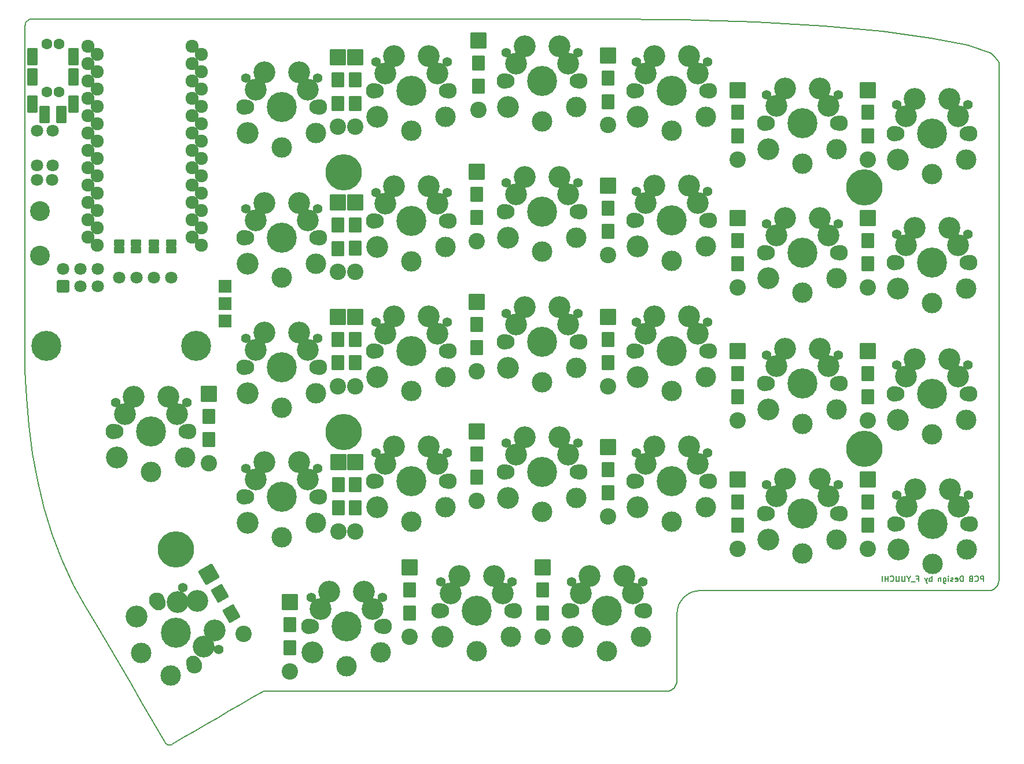
<source format=gbs>
G04 #@! TF.GenerationSoftware,KiCad,Pcbnew,(6.0.8-1)-1*
G04 #@! TF.CreationDate,2023-02-20T13:07:17+02:00*
G04 #@! TF.ProjectId,Lily58,4c696c79-3538-42e6-9b69-6361645f7063,rev?*
G04 #@! TF.SameCoordinates,Original*
G04 #@! TF.FileFunction,Soldermask,Bot*
G04 #@! TF.FilePolarity,Negative*
%FSLAX46Y46*%
G04 Gerber Fmt 4.6, Leading zero omitted, Abs format (unit mm)*
G04 Created by KiCad (PCBNEW (6.0.8-1)-1) date 2023-02-20 13:07:17*
%MOMM*%
%LPD*%
G01*
G04 APERTURE LIST*
G04 Aperture macros list*
%AMRoundRect*
0 Rectangle with rounded corners*
0 $1 Rounding radius*
0 $2 $3 $4 $5 $6 $7 $8 $9 X,Y pos of 4 corners*
0 Add a 4 corners polygon primitive as box body*
4,1,4,$2,$3,$4,$5,$6,$7,$8,$9,$2,$3,0*
0 Add four circle primitives for the rounded corners*
1,1,$1+$1,$2,$3*
1,1,$1+$1,$4,$5*
1,1,$1+$1,$6,$7*
1,1,$1+$1,$8,$9*
0 Add four rect primitives between the rounded corners*
20,1,$1+$1,$2,$3,$4,$5,0*
20,1,$1+$1,$4,$5,$6,$7,0*
20,1,$1+$1,$6,$7,$8,$9,0*
20,1,$1+$1,$8,$9,$2,$3,0*%
G04 Aperture macros list end*
G04 #@! TA.AperFunction,Profile*
%ADD10C,0.200000*%
G04 #@! TD*
%ADD11C,0.200000*%
%ADD12C,1.600000*%
%ADD13RoundRect,0.200000X-0.600000X-1.050000X0.600000X-1.050000X0.600000X1.050000X-0.600000X1.050000X0*%
%ADD14RoundRect,0.200000X-0.750000X0.900000X-0.750000X-0.900000X0.750000X-0.900000X0.750000X0.900000X0*%
%ADD15C,2.398980*%
%ADD16RoundRect,0.200000X0.999490X-0.999490X0.999490X0.999490X-0.999490X0.999490X-0.999490X-0.999490X0*%
%ADD17RoundRect,0.200000X-1.099519X0.404423X-0.199519X-1.154423X1.099519X-0.404423X0.199519X1.154423X0*%
%ADD18RoundRect,0.200000X1.365329X-0.365839X0.365839X1.365329X-1.365329X0.365839X-0.365839X-1.365329X0*%
%ADD19C,4.400000*%
%ADD20C,5.300000*%
%ADD21RoundRect,0.200000X0.698500X-0.698500X0.698500X0.698500X-0.698500X0.698500X-0.698500X-0.698500X0*%
%ADD22C,1.797000*%
%ADD23C,2.900000*%
%ADD24C,1.924000*%
%ADD25C,1.400000*%
%ADD26C,3.000000*%
%ADD27C,3.200000*%
%ADD28C,2.100000*%
%ADD29C,2.300000*%
%ADD30RoundRect,0.200000X0.762000X0.762000X-0.762000X0.762000X-0.762000X-0.762000X0.762000X-0.762000X0*%
%ADD31RoundRect,0.200000X0.571500X-0.317500X0.571500X0.317500X-0.571500X0.317500X-0.571500X-0.317500X0*%
G04 APERTURE END LIST*
D10*
X224900000Y-42700000D02*
X225460000Y-43436755D01*
D11*
X223209523Y-119461904D02*
X223209523Y-118661904D01*
X222904761Y-118661904D01*
X222828571Y-118700000D01*
X222790476Y-118738095D01*
X222752380Y-118814285D01*
X222752380Y-118928571D01*
X222790476Y-119004761D01*
X222828571Y-119042857D01*
X222904761Y-119080952D01*
X223209523Y-119080952D01*
X221952380Y-119385714D02*
X221990476Y-119423809D01*
X222104761Y-119461904D01*
X222180952Y-119461904D01*
X222295238Y-119423809D01*
X222371428Y-119347619D01*
X222409523Y-119271428D01*
X222447619Y-119119047D01*
X222447619Y-119004761D01*
X222409523Y-118852380D01*
X222371428Y-118776190D01*
X222295238Y-118700000D01*
X222180952Y-118661904D01*
X222104761Y-118661904D01*
X221990476Y-118700000D01*
X221952380Y-118738095D01*
X221342857Y-119042857D02*
X221228571Y-119080952D01*
X221190476Y-119119047D01*
X221152380Y-119195238D01*
X221152380Y-119309523D01*
X221190476Y-119385714D01*
X221228571Y-119423809D01*
X221304761Y-119461904D01*
X221609523Y-119461904D01*
X221609523Y-118661904D01*
X221342857Y-118661904D01*
X221266666Y-118700000D01*
X221228571Y-118738095D01*
X221190476Y-118814285D01*
X221190476Y-118890476D01*
X221228571Y-118966666D01*
X221266666Y-119004761D01*
X221342857Y-119042857D01*
X221609523Y-119042857D01*
X220200000Y-119461904D02*
X220200000Y-118661904D01*
X220009523Y-118661904D01*
X219895238Y-118700000D01*
X219819047Y-118776190D01*
X219780952Y-118852380D01*
X219742857Y-119004761D01*
X219742857Y-119119047D01*
X219780952Y-119271428D01*
X219819047Y-119347619D01*
X219895238Y-119423809D01*
X220009523Y-119461904D01*
X220200000Y-119461904D01*
X219095238Y-119423809D02*
X219171428Y-119461904D01*
X219323809Y-119461904D01*
X219400000Y-119423809D01*
X219438095Y-119347619D01*
X219438095Y-119042857D01*
X219400000Y-118966666D01*
X219323809Y-118928571D01*
X219171428Y-118928571D01*
X219095238Y-118966666D01*
X219057142Y-119042857D01*
X219057142Y-119119047D01*
X219438095Y-119195238D01*
X218752380Y-119423809D02*
X218676190Y-119461904D01*
X218523809Y-119461904D01*
X218447619Y-119423809D01*
X218409523Y-119347619D01*
X218409523Y-119309523D01*
X218447619Y-119233333D01*
X218523809Y-119195238D01*
X218638095Y-119195238D01*
X218714285Y-119157142D01*
X218752380Y-119080952D01*
X218752380Y-119042857D01*
X218714285Y-118966666D01*
X218638095Y-118928571D01*
X218523809Y-118928571D01*
X218447619Y-118966666D01*
X218066666Y-119461904D02*
X218066666Y-118928571D01*
X218066666Y-118661904D02*
X218104761Y-118700000D01*
X218066666Y-118738095D01*
X218028571Y-118700000D01*
X218066666Y-118661904D01*
X218066666Y-118738095D01*
X217342857Y-118928571D02*
X217342857Y-119576190D01*
X217380952Y-119652380D01*
X217419047Y-119690476D01*
X217495238Y-119728571D01*
X217609523Y-119728571D01*
X217685714Y-119690476D01*
X217342857Y-119423809D02*
X217419047Y-119461904D01*
X217571428Y-119461904D01*
X217647619Y-119423809D01*
X217685714Y-119385714D01*
X217723809Y-119309523D01*
X217723809Y-119080952D01*
X217685714Y-119004761D01*
X217647619Y-118966666D01*
X217571428Y-118928571D01*
X217419047Y-118928571D01*
X217342857Y-118966666D01*
X216961904Y-118928571D02*
X216961904Y-119461904D01*
X216961904Y-119004761D02*
X216923809Y-118966666D01*
X216847619Y-118928571D01*
X216733333Y-118928571D01*
X216657142Y-118966666D01*
X216619047Y-119042857D01*
X216619047Y-119461904D01*
X215628571Y-119461904D02*
X215628571Y-118661904D01*
X215628571Y-118966666D02*
X215552380Y-118928571D01*
X215400000Y-118928571D01*
X215323809Y-118966666D01*
X215285714Y-119004761D01*
X215247619Y-119080952D01*
X215247619Y-119309523D01*
X215285714Y-119385714D01*
X215323809Y-119423809D01*
X215400000Y-119461904D01*
X215552380Y-119461904D01*
X215628571Y-119423809D01*
X214980952Y-118928571D02*
X214790476Y-119461904D01*
X214600000Y-118928571D02*
X214790476Y-119461904D01*
X214866666Y-119652380D01*
X214904761Y-119690476D01*
X214980952Y-119728571D01*
X213419047Y-119042857D02*
X213685714Y-119042857D01*
X213685714Y-119461904D02*
X213685714Y-118661904D01*
X213304761Y-118661904D01*
X213190476Y-119538095D02*
X212580952Y-119538095D01*
X212238095Y-119080952D02*
X212238095Y-119461904D01*
X212504761Y-118661904D02*
X212238095Y-119080952D01*
X211971428Y-118661904D01*
X211704761Y-118661904D02*
X211704761Y-119309523D01*
X211666666Y-119385714D01*
X211628571Y-119423809D01*
X211552380Y-119461904D01*
X211400000Y-119461904D01*
X211323809Y-119423809D01*
X211285714Y-119385714D01*
X211247619Y-119309523D01*
X211247619Y-118661904D01*
X210866666Y-118661904D02*
X210866666Y-119309523D01*
X210828571Y-119385714D01*
X210790476Y-119423809D01*
X210714285Y-119461904D01*
X210561904Y-119461904D01*
X210485714Y-119423809D01*
X210447619Y-119385714D01*
X210409523Y-119309523D01*
X210409523Y-118661904D01*
X209571428Y-119385714D02*
X209609523Y-119423809D01*
X209723809Y-119461904D01*
X209800000Y-119461904D01*
X209914285Y-119423809D01*
X209990476Y-119347619D01*
X210028571Y-119271428D01*
X210066666Y-119119047D01*
X210066666Y-119004761D01*
X210028571Y-118852380D01*
X209990476Y-118776190D01*
X209914285Y-118700000D01*
X209800000Y-118661904D01*
X209723809Y-118661904D01*
X209609523Y-118700000D01*
X209571428Y-118738095D01*
X209228571Y-119461904D02*
X209228571Y-118661904D01*
X209228571Y-119042857D02*
X208771428Y-119042857D01*
X208771428Y-119461904D02*
X208771428Y-118661904D01*
X208390476Y-119461904D02*
X208390476Y-118661904D01*
D10*
X82937528Y-50750629D02*
X82937528Y-44443695D01*
X82937528Y-57057562D02*
X82937528Y-50750629D01*
X115211711Y-37086762D02*
X104803877Y-37086762D01*
X218692418Y-120789735D02*
X223959999Y-120789735D01*
X213424836Y-120789735D02*
X218692418Y-120789735D01*
X208157255Y-120789735D02*
X213424836Y-120789735D01*
X202889673Y-120789735D02*
X208157255Y-120789735D01*
X197622092Y-120789735D02*
X202889673Y-120789735D01*
X192354511Y-120789735D02*
X197622092Y-120789735D01*
X187086929Y-120789735D02*
X192354511Y-120789735D01*
X181819348Y-120789735D02*
X187086929Y-120789735D01*
X181113524Y-120860778D02*
X181819348Y-120789735D01*
X180456326Y-121064561D02*
X181113524Y-120860778D01*
X179861773Y-121387065D02*
X180456326Y-121064561D01*
X179343884Y-121814271D02*
X179861773Y-121387065D01*
X178916678Y-122332160D02*
X179343884Y-121814271D01*
X178594174Y-122926713D02*
X178916678Y-122332160D01*
X178390391Y-123583911D02*
X178594174Y-122926713D01*
X178319348Y-124289735D02*
X178390391Y-123583911D01*
X199807654Y-38170488D02*
X189919538Y-37585374D01*
X208420758Y-38945561D02*
X199807654Y-38170488D01*
X215525697Y-39885159D02*
X208420758Y-38945561D01*
X220889319Y-40963847D02*
X215525697Y-39885159D01*
X178989563Y-37215654D02*
X167250881Y-37086762D01*
X189919538Y-37585374D02*
X178989563Y-37215654D01*
X177658308Y-135255660D02*
X177403500Y-135393876D01*
X177880261Y-135072571D02*
X177658308Y-135255660D01*
X178063349Y-134850619D02*
X177880261Y-135072571D01*
X178201565Y-134595810D02*
X178063349Y-134850619D01*
X178288901Y-134314154D02*
X178201565Y-134595810D01*
X178319348Y-134011658D02*
X178288901Y-134314154D01*
X225460000Y-52918378D02*
X225460000Y-62400000D01*
X225460000Y-43436755D02*
X225460000Y-52918378D01*
X82937528Y-69671429D02*
X82937528Y-63364495D01*
X82937528Y-75978362D02*
X82937528Y-69671429D01*
X82937528Y-82285296D02*
X82937528Y-75978362D01*
X82937528Y-88592229D02*
X82937528Y-82285296D01*
X104807833Y-37086762D02*
X94400000Y-37086762D01*
X125619545Y-37086762D02*
X115211711Y-37086762D01*
X136027379Y-37086762D02*
X125619545Y-37086762D01*
X146435213Y-37086762D02*
X136027379Y-37086762D01*
X156843047Y-37086762D02*
X146435213Y-37086762D01*
X167250881Y-37086762D02*
X156843047Y-37086762D01*
X83400937Y-37265961D02*
X83579303Y-37169210D01*
X83245570Y-37394123D02*
X83400937Y-37265961D01*
X83117409Y-37549489D02*
X83245570Y-37394123D01*
X83020657Y-37727855D02*
X83117409Y-37549489D01*
X82959523Y-37925015D02*
X83020657Y-37727855D01*
X82938210Y-38136762D02*
X82959523Y-37925015D01*
X83776462Y-37108075D02*
X83988210Y-37086762D01*
X83579303Y-37169210D02*
X83776462Y-37108075D01*
X94396044Y-37086762D02*
X83988210Y-37086762D01*
X82937528Y-63364495D02*
X82937528Y-57057562D01*
X82937528Y-44443695D02*
X82937528Y-38136762D01*
X88291758Y-116318073D02*
X89993333Y-119989540D01*
X86863105Y-112530670D02*
X88291758Y-116318073D01*
X85688004Y-108649127D02*
X86863105Y-112530670D01*
X84747083Y-104695246D02*
X85688004Y-108649127D01*
X84020972Y-100690825D02*
X84747083Y-104695246D01*
X83490297Y-96657663D02*
X84020972Y-100690825D01*
X83135690Y-92617561D02*
X83490297Y-96657663D01*
X82937777Y-88592317D02*
X83135690Y-92617561D01*
X104288864Y-143357278D02*
X104456758Y-143271756D01*
X104130206Y-143404468D02*
X104288864Y-143357278D01*
X103981252Y-143413974D02*
X104130206Y-143404468D01*
X103842470Y-143386445D02*
X103981252Y-143413974D01*
X103714328Y-143322532D02*
X103842470Y-143386445D01*
X103597295Y-143222884D02*
X103714328Y-143322532D01*
X103491837Y-143088150D02*
X103597295Y-143222884D01*
X103398425Y-142918979D02*
X103491837Y-143088150D01*
X116186619Y-136480784D02*
X117862313Y-135510645D01*
X114510925Y-137450923D02*
X116186619Y-136480784D01*
X112835230Y-138421062D02*
X114510925Y-137450923D01*
X111159536Y-139391201D02*
X112835230Y-138421062D01*
X109483841Y-140361340D02*
X111159536Y-139391201D01*
X107808147Y-141331479D02*
X109483841Y-140361340D01*
X106132452Y-142301617D02*
X107808147Y-141331479D01*
X104456758Y-143271756D02*
X106132452Y-142301617D01*
X101722730Y-140052659D02*
X103398425Y-142918979D01*
X100047036Y-137186340D02*
X101722730Y-140052659D01*
X98371341Y-134320020D02*
X100047036Y-137186340D01*
X96695647Y-131453701D02*
X98371341Y-134320020D01*
X95019952Y-128587381D02*
X96695647Y-131453701D01*
X93344258Y-125721062D02*
X95019952Y-128587381D01*
X91668563Y-122854742D02*
X93344258Y-125721062D01*
X89992869Y-119988423D02*
X91668563Y-122854742D01*
X169449826Y-135511658D02*
X176819348Y-135511658D01*
X162080304Y-135511658D02*
X169449826Y-135511658D01*
X154710782Y-135511658D02*
X162080304Y-135511658D01*
X147341260Y-135511658D02*
X154710782Y-135511658D01*
X139971738Y-135511658D02*
X147341260Y-135511658D01*
X132602217Y-135511658D02*
X139971738Y-135511658D01*
X125232695Y-135511658D02*
X132602217Y-135511658D01*
X117863173Y-135511658D02*
X125232695Y-135511658D01*
X178319348Y-132816013D02*
X178319348Y-134011658D01*
X178319348Y-131597973D02*
X178319348Y-132816013D01*
X178319348Y-130379933D02*
X178319348Y-131597973D01*
X178319348Y-129161894D02*
X178319348Y-130379933D01*
X178319348Y-127943854D02*
X178319348Y-129161894D01*
X178319348Y-126725814D02*
X178319348Y-127943854D01*
X178319348Y-125507775D02*
X178319348Y-126725814D01*
X178319348Y-124289735D02*
X178319348Y-125507775D01*
X177121844Y-135481211D02*
X176819348Y-135511658D01*
X177403500Y-135393876D02*
X177121844Y-135481211D01*
X224278471Y-42156190D02*
X220889319Y-40963847D01*
X224900000Y-42700000D02*
X224278471Y-42156190D01*
X224262495Y-120759288D02*
X223959999Y-120789735D01*
X224544152Y-120671952D02*
X224262495Y-120759288D01*
X224798960Y-120533736D02*
X224544152Y-120671952D01*
X225020912Y-120350648D02*
X224798960Y-120533736D01*
X225204001Y-120128696D02*
X225020912Y-120350648D01*
X225342217Y-119873887D02*
X225204001Y-120128696D01*
X225429552Y-119592231D02*
X225342217Y-119873887D01*
X225459999Y-119289735D02*
X225429552Y-119592231D01*
X225460000Y-109808112D02*
X225460000Y-119289735D01*
X225460000Y-100326490D02*
X225460000Y-109808112D01*
X225460000Y-90844867D02*
X225460000Y-100326490D01*
X225460000Y-81363245D02*
X225460000Y-90844867D01*
X225460000Y-71881623D02*
X225460000Y-81363245D01*
X225460000Y-62400000D02*
X225460000Y-71881623D01*
D12*
X86150000Y-47800000D03*
X86150000Y-40800000D03*
D13*
X84050000Y-49600000D03*
X88250000Y-51100000D03*
X84050000Y-42600000D03*
X84050000Y-45600000D03*
D12*
X87900000Y-40800000D03*
X87900000Y-47800000D03*
D13*
X90000000Y-42600000D03*
X90000000Y-45600000D03*
X90000000Y-49600000D03*
X85800000Y-51100000D03*
D14*
X128750000Y-49450000D03*
X128750000Y-46050000D03*
D15*
X128752540Y-52910000D03*
D16*
X128752540Y-42750000D03*
D17*
X113150000Y-124172243D03*
X111450000Y-121227757D03*
D15*
X114882200Y-127167421D03*
D18*
X109802200Y-118368603D03*
D14*
X131250000Y-108700000D03*
X131250000Y-105300000D03*
D15*
X131252540Y-112160000D03*
D16*
X131252540Y-102000000D03*
D14*
X128750000Y-70700000D03*
X128750000Y-67300000D03*
D15*
X128752540Y-74160000D03*
D16*
X128752540Y-64000000D03*
D14*
X131250000Y-49450000D03*
X131250000Y-46050000D03*
D15*
X131252540Y-52910000D03*
D16*
X131252540Y-42750000D03*
D14*
X149250000Y-46950000D03*
X149250000Y-43550000D03*
D15*
X149252540Y-50410000D03*
D16*
X149252540Y-40250000D03*
D14*
X168250000Y-49200000D03*
X168250000Y-45800000D03*
D15*
X168252540Y-52660000D03*
D16*
X168252540Y-42500000D03*
D14*
X187250000Y-54200000D03*
X187250000Y-50800000D03*
D15*
X187252540Y-57660000D03*
D16*
X187252540Y-47500000D03*
D14*
X206250000Y-54200000D03*
X206250000Y-50800000D03*
D15*
X206252540Y-57660000D03*
D16*
X206252540Y-47500000D03*
D14*
X131252540Y-70652540D03*
X131252540Y-67252540D03*
D15*
X131255080Y-74112540D03*
D16*
X131255080Y-63952540D03*
D14*
X149000000Y-66200000D03*
X149000000Y-62800000D03*
D15*
X149002540Y-69660000D03*
D16*
X149002540Y-59500000D03*
D14*
X168250000Y-68200000D03*
X168250000Y-64800000D03*
D15*
X168252540Y-71660000D03*
D16*
X168252540Y-61500000D03*
D14*
X187250000Y-72950000D03*
X187250000Y-69550000D03*
D15*
X187252540Y-76410000D03*
D16*
X187252540Y-66250000D03*
D14*
X206250000Y-72950000D03*
X206250000Y-69550000D03*
D15*
X206252540Y-76410000D03*
D16*
X206252540Y-66250000D03*
D14*
X128750000Y-87450000D03*
X128750000Y-84050000D03*
D15*
X128752540Y-90910000D03*
D16*
X128752540Y-80750000D03*
D14*
X131250000Y-87450000D03*
X131250000Y-84050000D03*
D15*
X131252540Y-90910000D03*
D16*
X131252540Y-80750000D03*
D14*
X149000000Y-85200000D03*
X149000000Y-81800000D03*
D15*
X149002540Y-88660000D03*
D16*
X149002540Y-78500000D03*
D14*
X168250000Y-87450000D03*
X168250000Y-84050000D03*
D15*
X168252540Y-90910000D03*
D16*
X168252540Y-80750000D03*
D14*
X187250000Y-92450000D03*
X187250000Y-89050000D03*
D15*
X187252540Y-95910000D03*
D16*
X187252540Y-85750000D03*
D14*
X206250000Y-92450000D03*
X206250000Y-89050000D03*
D15*
X206252540Y-95910000D03*
D16*
X206252540Y-85750000D03*
D14*
X128800000Y-108700000D03*
X128800000Y-105300000D03*
D15*
X128802540Y-112160000D03*
D16*
X128802540Y-102000000D03*
D14*
X149000000Y-104200000D03*
X149000000Y-100800000D03*
D15*
X149002540Y-107660000D03*
D16*
X149002540Y-97500000D03*
D14*
X168250000Y-106450000D03*
X168250000Y-103050000D03*
D15*
X168252540Y-109910000D03*
D16*
X168252540Y-99750000D03*
D14*
X187250000Y-111200000D03*
X187250000Y-107800000D03*
D15*
X187252540Y-114660000D03*
D16*
X187252540Y-104500000D03*
D14*
X206250000Y-111200000D03*
X206250000Y-107800000D03*
D15*
X206252540Y-114660000D03*
D16*
X206252540Y-104500000D03*
D14*
X109800000Y-98700000D03*
X109800000Y-95300000D03*
D15*
X109802540Y-102160000D03*
D16*
X109802540Y-92000000D03*
D14*
X121700000Y-129200000D03*
X121700000Y-125800000D03*
D15*
X121702540Y-132660000D03*
D16*
X121702540Y-122500000D03*
D14*
X139200000Y-124100000D03*
X139200000Y-120700000D03*
D15*
X139202540Y-127560000D03*
D16*
X139202540Y-117400000D03*
D14*
X158700000Y-124100000D03*
X158700000Y-120700000D03*
D15*
X158702540Y-127560000D03*
D16*
X158702540Y-117400000D03*
D19*
X108000000Y-85000000D03*
X86000000Y-85000000D03*
D20*
X129600000Y-59600000D03*
X205800000Y-61800000D03*
X129600000Y-97600000D03*
X205800000Y-100000000D03*
X105000000Y-114800000D03*
D21*
X88483973Y-76263759D03*
D22*
X88483973Y-73723759D03*
X91023973Y-76263759D03*
X91023973Y-73723759D03*
X93563973Y-76263759D03*
X93563973Y-73723759D03*
D23*
X85100000Y-71750000D03*
X85100000Y-65250000D03*
D22*
X84688035Y-53499272D03*
X84688035Y-58579272D03*
X86938035Y-53499272D03*
X86938035Y-58579272D03*
X86900000Y-60700000D03*
X84700000Y-60700000D03*
D24*
X93478815Y-47405745D03*
X108718815Y-65185745D03*
X93478815Y-57565745D03*
X108718815Y-55025745D03*
X108718815Y-49945745D03*
X93478815Y-67725745D03*
X108718815Y-47405745D03*
X108718815Y-42325745D03*
X93478815Y-62645745D03*
X108718815Y-70265745D03*
X93478815Y-55025745D03*
X93478815Y-44865745D03*
X93478815Y-49945745D03*
X93478815Y-52485745D03*
X93478815Y-65185745D03*
X93478815Y-60105745D03*
X108718815Y-62645745D03*
X108718815Y-60105745D03*
X93478815Y-70265745D03*
X108718815Y-67725745D03*
X108718815Y-44865745D03*
X93478815Y-42325745D03*
X108718815Y-57565745D03*
X108718815Y-52485745D03*
X92180000Y-41130000D03*
X92180000Y-43670000D03*
X92180000Y-46210000D03*
X92180000Y-48750000D03*
X92180000Y-51290000D03*
X92180000Y-53830000D03*
X92180000Y-56370000D03*
X92180000Y-58910000D03*
X92180000Y-61450000D03*
X92180000Y-63990000D03*
X92180000Y-66530000D03*
X92180000Y-69070000D03*
X107420000Y-69070000D03*
X107420000Y-66530000D03*
X107420000Y-63990000D03*
X107420000Y-61450000D03*
X107420000Y-58910000D03*
X107420000Y-56370000D03*
X107420000Y-53830000D03*
X107420000Y-51290000D03*
X107420000Y-48750000D03*
X107420000Y-46210000D03*
X107420000Y-43670000D03*
X107420000Y-41130000D03*
D25*
X111247307Y-129420653D03*
D26*
X104209103Y-133230127D03*
X99890450Y-129950000D03*
D27*
X99209103Y-124569873D03*
X110669409Y-126659705D03*
X108129409Y-122260295D03*
X109104705Y-129029557D03*
D28*
X107540000Y-131399409D03*
X102460000Y-122600591D03*
D19*
X105000000Y-127000000D03*
D27*
X105294705Y-122430443D03*
D25*
X106027307Y-120379347D03*
D29*
X102250000Y-122236860D03*
X107750000Y-131763140D03*
D25*
X106620000Y-93300000D03*
D26*
X106400000Y-101300000D03*
X101400000Y-103400000D03*
D27*
X96400000Y-101300000D03*
X103940000Y-92420000D03*
X98860000Y-92420000D03*
X105210000Y-94960000D03*
D28*
X106480000Y-97500000D03*
X96320000Y-97500000D03*
D19*
X101400000Y-97500000D03*
D27*
X97590000Y-94960000D03*
D25*
X96180000Y-93300000D03*
D29*
X95900000Y-97500000D03*
X106900000Y-97500000D03*
D30*
X112200000Y-81300000D03*
X112200000Y-78760000D03*
X112200000Y-76220000D03*
D25*
X125720000Y-83900000D03*
D26*
X125500000Y-91900000D03*
X120500000Y-94000000D03*
D27*
X115500000Y-91900000D03*
X123040000Y-83020000D03*
X117960000Y-83020000D03*
X124310000Y-85560000D03*
D28*
X125580000Y-88100000D03*
X115420000Y-88100000D03*
D19*
X120500000Y-88100000D03*
D27*
X116690000Y-85560000D03*
D25*
X115280000Y-83900000D03*
D29*
X115000000Y-88100000D03*
X126000000Y-88100000D03*
D25*
X220920000Y-87800000D03*
D26*
X220700000Y-95800000D03*
X215700000Y-97900000D03*
D27*
X210700000Y-95800000D03*
X218240000Y-86920000D03*
X213160000Y-86920000D03*
X219510000Y-89460000D03*
D28*
X220780000Y-92000000D03*
X210620000Y-92000000D03*
D19*
X215700000Y-92000000D03*
D27*
X211890000Y-89460000D03*
D25*
X210480000Y-87800000D03*
D29*
X210200000Y-92000000D03*
X221200000Y-92000000D03*
D25*
X220970000Y-106800000D03*
D26*
X220750000Y-114800000D03*
X215750000Y-116900000D03*
D27*
X210750000Y-114800000D03*
X218290000Y-105920000D03*
X213210000Y-105920000D03*
X219560000Y-108460000D03*
D28*
X220830000Y-111000000D03*
X210670000Y-111000000D03*
D19*
X215750000Y-111000000D03*
D27*
X211940000Y-108460000D03*
D25*
X210530000Y-106800000D03*
D29*
X210250000Y-111000000D03*
X221250000Y-111000000D03*
D25*
X154220000Y-119550000D03*
D26*
X154000000Y-127550000D03*
X149000000Y-129650000D03*
D27*
X144000000Y-127550000D03*
X151540000Y-118670000D03*
X146460000Y-118670000D03*
X152810000Y-121210000D03*
D28*
X154080000Y-123750000D03*
X143920000Y-123750000D03*
D19*
X149000000Y-123750000D03*
D27*
X145190000Y-121210000D03*
D25*
X143780000Y-119550000D03*
D29*
X143500000Y-123750000D03*
X154500000Y-123750000D03*
D25*
X125720000Y-45800000D03*
D26*
X125500000Y-53800000D03*
X120500000Y-55900000D03*
D27*
X115500000Y-53800000D03*
X123040000Y-44920000D03*
X117960000Y-44920000D03*
X124310000Y-47460000D03*
D28*
X125580000Y-50000000D03*
X115420000Y-50000000D03*
D19*
X120500000Y-50000000D03*
D27*
X116690000Y-47460000D03*
D25*
X115280000Y-45800000D03*
D29*
X115000000Y-50000000D03*
X126000000Y-50000000D03*
D25*
X144720000Y-43400000D03*
D26*
X144500000Y-51400000D03*
X139500000Y-53500000D03*
D27*
X134500000Y-51400000D03*
X142040000Y-42520000D03*
X136960000Y-42520000D03*
X143310000Y-45060000D03*
D28*
X144580000Y-47600000D03*
X134420000Y-47600000D03*
D19*
X139500000Y-47600000D03*
D27*
X135690000Y-45060000D03*
D25*
X134280000Y-43400000D03*
D29*
X134000000Y-47600000D03*
X145000000Y-47600000D03*
D25*
X163820000Y-42010000D03*
D26*
X163600000Y-50010000D03*
X158600000Y-52110000D03*
D27*
X153600000Y-50010000D03*
X161140000Y-41130000D03*
X156060000Y-41130000D03*
X162410000Y-43670000D03*
D28*
X163680000Y-46210000D03*
X153520000Y-46210000D03*
D19*
X158600000Y-46210000D03*
D27*
X154790000Y-43670000D03*
D25*
X153380000Y-42010000D03*
D29*
X153100000Y-46210000D03*
X164100000Y-46210000D03*
D25*
X182820000Y-43400000D03*
D26*
X182600000Y-51400000D03*
X177600000Y-53500000D03*
D27*
X172600000Y-51400000D03*
X180140000Y-42520000D03*
X175060000Y-42520000D03*
X181410000Y-45060000D03*
D28*
X182680000Y-47600000D03*
X172520000Y-47600000D03*
D19*
X177600000Y-47600000D03*
D27*
X173790000Y-45060000D03*
D25*
X172380000Y-43400000D03*
D29*
X172100000Y-47600000D03*
X183100000Y-47600000D03*
D25*
X201920000Y-48200000D03*
D26*
X201700000Y-56200000D03*
X196700000Y-58300000D03*
D27*
X191700000Y-56200000D03*
X199240000Y-47320000D03*
X194160000Y-47320000D03*
X200510000Y-49860000D03*
D28*
X201780000Y-52400000D03*
X191620000Y-52400000D03*
D19*
X196700000Y-52400000D03*
D27*
X192890000Y-49860000D03*
D25*
X191480000Y-48200000D03*
D29*
X191200000Y-52400000D03*
X202200000Y-52400000D03*
D25*
X220920000Y-49700000D03*
D26*
X220700000Y-57700000D03*
X215700000Y-59800000D03*
D27*
X210700000Y-57700000D03*
X218240000Y-48820000D03*
X213160000Y-48820000D03*
X219510000Y-51360000D03*
D28*
X220780000Y-53900000D03*
X210620000Y-53900000D03*
D19*
X215700000Y-53900000D03*
D27*
X211890000Y-51360000D03*
D25*
X210480000Y-49700000D03*
D29*
X210200000Y-53900000D03*
X221200000Y-53900000D03*
D25*
X125720000Y-64900000D03*
D26*
X125500000Y-72900000D03*
X120500000Y-75000000D03*
D27*
X115500000Y-72900000D03*
X123040000Y-64020000D03*
X117960000Y-64020000D03*
X124310000Y-66560000D03*
D28*
X125580000Y-69100000D03*
X115420000Y-69100000D03*
D19*
X120500000Y-69100000D03*
D27*
X116690000Y-66560000D03*
D25*
X115280000Y-64900000D03*
D29*
X115000000Y-69100000D03*
X126000000Y-69100000D03*
D25*
X144720000Y-62500000D03*
D26*
X144500000Y-70500000D03*
X139500000Y-72600000D03*
D27*
X134500000Y-70500000D03*
X142040000Y-61620000D03*
X136960000Y-61620000D03*
X143310000Y-64160000D03*
D28*
X144580000Y-66700000D03*
X134420000Y-66700000D03*
D19*
X139500000Y-66700000D03*
D27*
X135690000Y-64160000D03*
D25*
X134280000Y-62500000D03*
D29*
X134000000Y-66700000D03*
X145000000Y-66700000D03*
D25*
X163820000Y-61100000D03*
D26*
X163600000Y-69100000D03*
X158600000Y-71200000D03*
D27*
X153600000Y-69100000D03*
X161140000Y-60220000D03*
X156060000Y-60220000D03*
X162410000Y-62760000D03*
D28*
X163680000Y-65300000D03*
X153520000Y-65300000D03*
D19*
X158600000Y-65300000D03*
D27*
X154790000Y-62760000D03*
D25*
X153380000Y-61100000D03*
D29*
X153100000Y-65300000D03*
X164100000Y-65300000D03*
D25*
X182820000Y-62400000D03*
D26*
X182600000Y-70400000D03*
X177600000Y-72500000D03*
D27*
X172600000Y-70400000D03*
X180140000Y-61520000D03*
X175060000Y-61520000D03*
X181410000Y-64060000D03*
D28*
X182680000Y-66600000D03*
X172520000Y-66600000D03*
D19*
X177600000Y-66600000D03*
D27*
X173790000Y-64060000D03*
D25*
X172380000Y-62400000D03*
D29*
X172100000Y-66600000D03*
X183100000Y-66600000D03*
D25*
X201920000Y-67100000D03*
D26*
X201700000Y-75100000D03*
X196700000Y-77200000D03*
D27*
X191700000Y-75100000D03*
X199240000Y-66220000D03*
X194160000Y-66220000D03*
X200510000Y-68760000D03*
D28*
X201780000Y-71300000D03*
X191620000Y-71300000D03*
D19*
X196700000Y-71300000D03*
D27*
X192890000Y-68760000D03*
D25*
X191480000Y-67100000D03*
D29*
X191200000Y-71300000D03*
X202200000Y-71300000D03*
D25*
X220920000Y-68600000D03*
D26*
X220700000Y-76600000D03*
X215700000Y-78700000D03*
D27*
X210700000Y-76600000D03*
X218240000Y-67720000D03*
X213160000Y-67720000D03*
X219510000Y-70260000D03*
D28*
X220780000Y-72800000D03*
X210620000Y-72800000D03*
D19*
X215700000Y-72800000D03*
D27*
X211890000Y-70260000D03*
D25*
X210480000Y-68600000D03*
D29*
X210200000Y-72800000D03*
X221200000Y-72800000D03*
D25*
X144720000Y-81500000D03*
D26*
X144500000Y-89500000D03*
X139500000Y-91600000D03*
D27*
X134500000Y-89500000D03*
X142040000Y-80620000D03*
X136960000Y-80620000D03*
X143310000Y-83160000D03*
D28*
X144580000Y-85700000D03*
X134420000Y-85700000D03*
D19*
X139500000Y-85700000D03*
D27*
X135690000Y-83160000D03*
D25*
X134280000Y-81500000D03*
D29*
X134000000Y-85700000D03*
X145000000Y-85700000D03*
D25*
X163820000Y-80200000D03*
D26*
X163600000Y-88200000D03*
X158600000Y-90300000D03*
D27*
X153600000Y-88200000D03*
X161140000Y-79320000D03*
X156060000Y-79320000D03*
X162410000Y-81860000D03*
D28*
X163680000Y-84400000D03*
X153520000Y-84400000D03*
D19*
X158600000Y-84400000D03*
D27*
X154790000Y-81860000D03*
D25*
X153380000Y-80200000D03*
D29*
X153100000Y-84400000D03*
X164100000Y-84400000D03*
D25*
X182820000Y-81500000D03*
D26*
X182600000Y-89500000D03*
X177600000Y-91600000D03*
D27*
X172600000Y-89500000D03*
X180140000Y-80620000D03*
X175060000Y-80620000D03*
X181410000Y-83160000D03*
D28*
X182680000Y-85700000D03*
X172520000Y-85700000D03*
D19*
X177600000Y-85700000D03*
D27*
X173790000Y-83160000D03*
D25*
X172380000Y-81500000D03*
D29*
X172100000Y-85700000D03*
X183100000Y-85700000D03*
D25*
X201920000Y-86300000D03*
D26*
X201700000Y-94300000D03*
X196700000Y-96400000D03*
D27*
X191700000Y-94300000D03*
X199240000Y-85420000D03*
X194160000Y-85420000D03*
X200510000Y-87960000D03*
D28*
X201780000Y-90500000D03*
X191620000Y-90500000D03*
D19*
X196700000Y-90500000D03*
D27*
X192890000Y-87960000D03*
D25*
X191480000Y-86300000D03*
D29*
X191200000Y-90500000D03*
X202200000Y-90500000D03*
D25*
X125720000Y-102900000D03*
D26*
X125500000Y-110900000D03*
X120500000Y-113000000D03*
D27*
X115500000Y-110900000D03*
X123040000Y-102020000D03*
X117960000Y-102020000D03*
X124310000Y-104560000D03*
D28*
X125580000Y-107100000D03*
X115420000Y-107100000D03*
D19*
X120500000Y-107100000D03*
D27*
X116690000Y-104560000D03*
D25*
X115280000Y-102900000D03*
D29*
X115000000Y-107100000D03*
X126000000Y-107100000D03*
D25*
X144720000Y-100600000D03*
D26*
X144500000Y-108600000D03*
X139500000Y-110700000D03*
D27*
X134500000Y-108600000D03*
X142040000Y-99720000D03*
X136960000Y-99720000D03*
X143310000Y-102260000D03*
D28*
X144580000Y-104800000D03*
X134420000Y-104800000D03*
D19*
X139500000Y-104800000D03*
D27*
X135690000Y-102260000D03*
D25*
X134280000Y-100600000D03*
D29*
X134000000Y-104800000D03*
X145000000Y-104800000D03*
D25*
X163820000Y-99200000D03*
D26*
X163600000Y-107200000D03*
X158600000Y-109300000D03*
D27*
X153600000Y-107200000D03*
X161140000Y-98320000D03*
X156060000Y-98320000D03*
X162410000Y-100860000D03*
D28*
X163680000Y-103400000D03*
X153520000Y-103400000D03*
D19*
X158600000Y-103400000D03*
D27*
X154790000Y-100860000D03*
D25*
X153380000Y-99200000D03*
D29*
X153100000Y-103400000D03*
X164100000Y-103400000D03*
D25*
X182820000Y-100600000D03*
D26*
X182600000Y-108600000D03*
X177600000Y-110700000D03*
D27*
X172600000Y-108600000D03*
X180140000Y-99720000D03*
X175060000Y-99720000D03*
X181410000Y-102260000D03*
D28*
X182680000Y-104800000D03*
X172520000Y-104800000D03*
D19*
X177600000Y-104800000D03*
D27*
X173790000Y-102260000D03*
D25*
X172380000Y-100600000D03*
D29*
X172100000Y-104800000D03*
X183100000Y-104800000D03*
D25*
X201920000Y-105300000D03*
D26*
X201700000Y-113300000D03*
X196700000Y-115400000D03*
D27*
X191700000Y-113300000D03*
X199240000Y-104420000D03*
X194160000Y-104420000D03*
X200510000Y-106960000D03*
D28*
X201780000Y-109500000D03*
X191620000Y-109500000D03*
D19*
X196700000Y-109500000D03*
D27*
X192890000Y-106960000D03*
D25*
X191480000Y-105300000D03*
D29*
X191200000Y-109500000D03*
X202200000Y-109500000D03*
D25*
X135220000Y-121800000D03*
D26*
X135000000Y-129800000D03*
X130000000Y-131900000D03*
D27*
X125000000Y-129800000D03*
X132540000Y-120920000D03*
X127460000Y-120920000D03*
X133810000Y-123460000D03*
D28*
X135080000Y-126000000D03*
X124920000Y-126000000D03*
D19*
X130000000Y-126000000D03*
D27*
X126190000Y-123460000D03*
D25*
X124780000Y-121800000D03*
D29*
X124500000Y-126000000D03*
X135500000Y-126000000D03*
D25*
X173320000Y-119550000D03*
D26*
X173100000Y-127550000D03*
X168100000Y-129650000D03*
D27*
X163100000Y-127550000D03*
X170640000Y-118670000D03*
X165560000Y-118670000D03*
X171910000Y-121210000D03*
D28*
X173180000Y-123750000D03*
X163020000Y-123750000D03*
D19*
X168100000Y-123750000D03*
D27*
X164290000Y-121210000D03*
D25*
X162880000Y-119550000D03*
D29*
X162600000Y-123750000D03*
X173600000Y-123750000D03*
D31*
X104300000Y-69899620D03*
X104300000Y-70900380D03*
X101800000Y-70900380D03*
X101800000Y-69899620D03*
X99200000Y-69899620D03*
X99200000Y-70900380D03*
X96700000Y-70900380D03*
X96700000Y-69899620D03*
D22*
X96700000Y-75000000D03*
X99240000Y-75000000D03*
X101780000Y-75000000D03*
X104320000Y-75000000D03*
M02*

</source>
